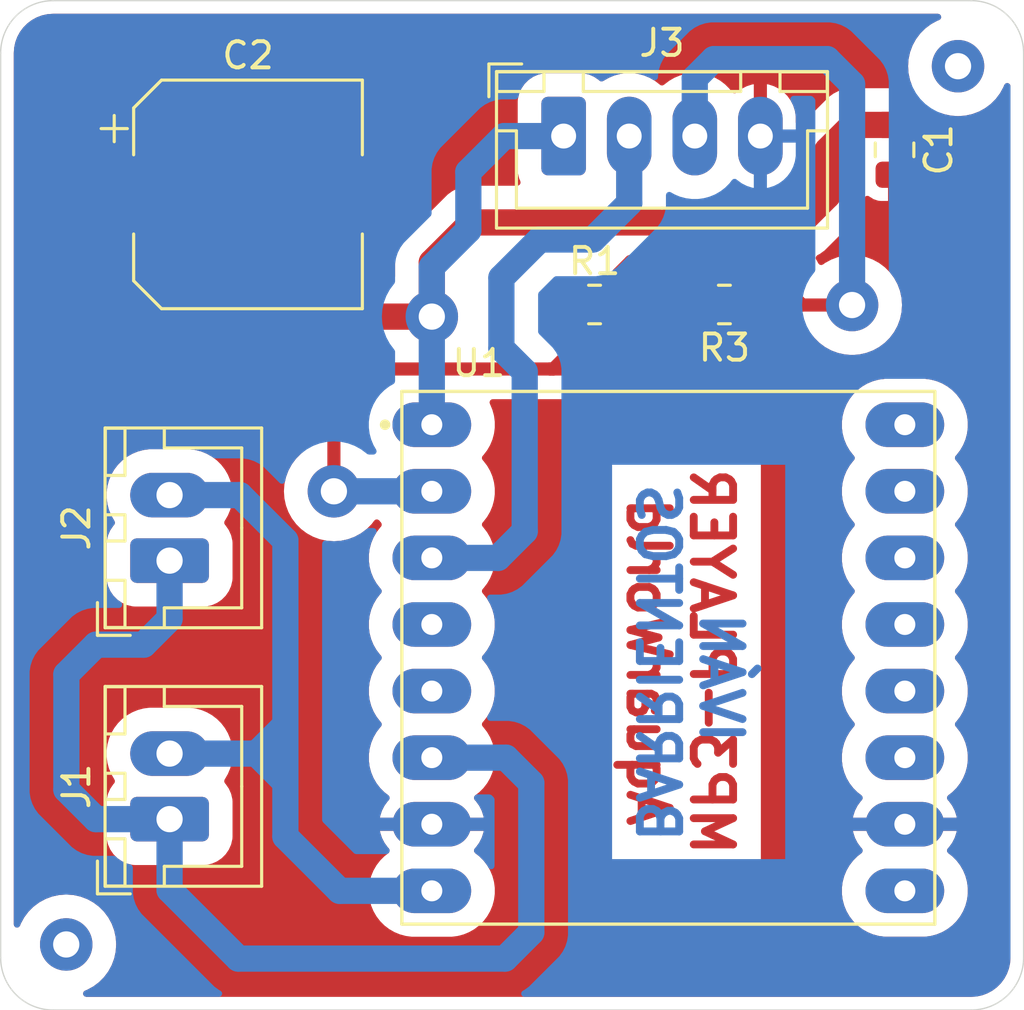
<source format=kicad_pcb>
(kicad_pcb (version 20240108) (generator "pcbnew") (generator_version "8.0")
  (layers (0 "F.Cu" signal) (31 "B.Cu" signal) (34 "B.Paste" user) (35 "F.Paste" user) (36 "B.SilkS" user "B.Silkscreen") (37 "F.SilkS" user "F.Silkscreen") (38 "B.Mask" user) (39 "F.Mask" user) (44 "Edge.Cuts" user))
  (net 0 "")
  (net 1 "Earth")
  (net 2 "Net-(J1-Pin_2)")
  (net 3 "Net-(J1-Pin_1)")
  (net 4 "TX0")
  (net 5 "Net-(J3-Pin_3)")
  (net 6 "RX0")
  (net 7 "+5V")
  (footprint "Capacitor_SMD:CP_Elec_8x10.5" (layer "F.Cu") (at 137.93 84.39)
    (property "Reference" "C2" (at 0 -5.3 0) (layer "F.SilkS"))
    (property "Value" "100uF")
    (fp_line (start -5.6 -2.51) (end -4.6 -2.51) (stroke (width 0.12)) (layer "F.SilkS"))
    (fp_line (start -5.1 -3.01) (end -5.1 -2.01) (stroke (width 0.12)) (layer "F.SilkS"))
    (fp_line (start -4.36 -3.295563) (end -4.36 -1.51) (stroke (width 0.12)) (layer "F.SilkS"))
    (fp_line (start -4.36 -3.295563) (end -3.295563 -4.36) (stroke (width 0.12)) (layer "F.SilkS"))
    (fp_line (start -4.36 3.295563) (end -4.36 1.51) (stroke (width 0.12)) (layer "F.SilkS"))
    (fp_line (start -4.36 3.295563) (end -3.295563 4.36) (stroke (width 0.12)) (layer "F.SilkS"))
    (fp_line (start -3.295563 -4.36) (end 4.36 -4.36) (stroke (width 0.12)) (layer "F.SilkS"))
    (fp_line (start -3.295563 4.36) (end 4.36 4.36) (stroke (width 0.12)) (layer "F.SilkS"))
    (fp_line (start 4.36 -4.36) (end 4.36 -1.51) (stroke (width 0.12)) (layer "F.SilkS"))
    (fp_line (start 4.36 4.36) (end 4.36 1.51) (stroke (width 0.12)) (layer "F.SilkS"))
    (pad "1" smd roundrect (at -3.7 0) (size 4.4 2.5) (layers "F.Cu" "F.Paste" "F.Mask") (roundrect_rratio 0.1) (net 7 "+5V"))
    (pad "2" smd roundrect (at 3.7 0) (size 4.4 2.5) (layers "F.Cu" "F.Paste" "F.Mask") (roundrect_rratio 0.1) (net 1 "Earth"))
  )
  (footprint "Resistor_SMD:R_0805_2012Metric" (layer "F.Cu") (at 151.1425 88.59)
    (property "Reference" "R1" (at 0 -1.65 0) (layer "F.SilkS"))
    (property "Value" "1.8KΩ")
    (fp_line (start -0.227064 -0.735) (end 0.227064 -0.735) (stroke (width 0.12)) (layer "F.SilkS"))
    (fp_line (start -0.227064 0.735) (end 0.227064 0.735) (stroke (width 0.12)) (layer "F.SilkS"))
    (pad "1" smd roundrect (at -0.9125 0) (size 1.025 1.4) (layers "F.Cu" "F.Paste" "F.Mask") (roundrect_rratio 0.243902) (net 6 "RX0"))
    (pad "2" smd roundrect (at 0.9125 0) (size 1.025 1.4) (layers "F.Cu" "F.Paste" "F.Mask") (roundrect_rratio 0.243902) (net 5 "Net-(J3-Pin_3)"))
  )
  (footprint "Connector_JST:JST_XH_B2B-XH-A_1x02_P2.50mm_Vertical" (layer "F.Cu") (at 134.94 98.36 90)
    (property "Reference" "J2" (at 1.25 -3.55 90) (layer "F.SilkS"))
    (property "Value" "PARLANTE")
    (fp_line (start -1.6 -2.75) (end -2.85 -2.75) (stroke (width 0.12)) (layer "F.SilkS"))
    (fp_line (start -2.85 -2.75) (end -2.85 -1.5) (stroke (width 0.12)) (layer "F.SilkS"))
    (fp_line (start 5.06 -2.46) (end -2.56 -2.46) (stroke (width 0.12)) (layer "F.SilkS"))
    (fp_line (start -2.56 -2.46) (end -2.56 3.51) (stroke (width 0.12)) (layer "F.SilkS"))
    (fp_line (start 5.05 -2.45) (end 3.25 -2.45) (stroke (width 0.12)) (layer "F.SilkS"))
    (fp_line (start 3.25 -2.45) (end 3.25 -1.7) (stroke (width 0.12)) (layer "F.SilkS"))
    (fp_line (start 1.75 -2.45) (end 0.75 -2.45) (stroke (width 0.12)) (layer "F.SilkS"))
    (fp_line (start 0.75 -2.45) (end 0.75 -1.7) (stroke (width 0.12)) (layer "F.SilkS"))
    (fp_line (start -0.75 -2.45) (end -2.55 -2.45) (stroke (width 0.12)) (layer "F.SilkS"))
    (fp_line (start -2.55 -2.45) (end -2.55 -1.7) (stroke (width 0.12)) (layer "F.SilkS"))
    (fp_line (start 5.05 -1.7) (end 5.05 -2.45) (stroke (width 0.12)) (layer "F.SilkS"))
    (fp_line (start 3.25 -1.7) (end 5.05 -1.7) (stroke (width 0.12)) (layer "F.SilkS"))
    (fp_line (start 1.75 -1.7) (end 1.75 -2.45) (stroke (width 0.12)) (layer "F.SilkS"))
    (fp_line (start 0.75 -1.7) (end 1.75 -1.7) (stroke (width 0.12)) (layer "F.SilkS"))
    (fp_line (start -0.75 -1.7) (end -0.75 -2.45) (stroke (width 0.12)) (layer "F.SilkS"))
    (fp_line (start -2.55 -1.7) (end -0.75 -1.7) (stroke (width 0.12)) (layer "F.SilkS"))
    (fp_line (start 5.05 -0.2) (end 4.3 -0.2) (stroke (width 0.12)) (layer "F.SilkS"))
    (fp_line (start 4.3 -0.2) (end 4.3 2.75) (stroke (width 0.12)) (layer "F.SilkS"))
    (fp_line (start -1.8 -0.2) (end -1.8 2.75) (stroke (width 0.12)) (layer "F.SilkS"))
    (fp_line (start -2.55 -0.2) (end -1.8 -0.2) (stroke (width 0.12)) (layer "F.SilkS"))
    (fp_line (start 4.3 2.75) (end 1.25 2.75) (stroke (width 0.12)) (layer "F.SilkS"))
    (fp_line (start -1.8 2.75) (end 1.25 2.75) (stroke (width 0.12)) (layer "F.SilkS"))
    (fp_line (start 5.06 3.51) (end 5.06 -2.46) (stroke (width 0.12)) (layer "F.SilkS"))
    (fp_line (start -2.56 3.51) (end 5.06 3.51) (stroke (width 0.12)) (layer "F.SilkS"))
    (pad "1" thru_hole roundrect (at 0 0 90) (size 1.7 3) (drill 1) (layers "*.Cu" "*.Mask") (roundrect_rratio 0.147059) (net 3 "Net-(J1-Pin_1)"))
    (pad "2" thru_hole oval (at 2.5 0 90) (size 1.7 3) (drill 1) (layers "*.Cu" "*.Mask") (net 2 "Net-(J1-Pin_2)"))
  )
  (footprint "Capacitor_SMD:C_0805_2012Metric" (layer "F.Cu") (at 162.58 82.69 -90)
    (property "Reference" "C1" (at 0 -1.68 90) (layer "F.SilkS"))
    (property "Value" "100nF")
    (fp_line (start -0.261252 0.735) (end 0.261252 0.735) (stroke (width 0.12)) (layer "F.SilkS"))
    (fp_line (start -0.261252 -0.735) (end 0.261252 -0.735) (stroke (width 0.12)) (layer "F.SilkS"))
    (pad "1" smd roundrect (at -0.95 0 270) (size 1 1.45) (layers "F.Cu" "F.Paste" "F.Mask") (net 7 "+5V"))
    (pad "2" smd roundrect (at 0.95 0 270) (size 1 1.45) (layers "F.Cu" "F.Paste" "F.Mask") (net 1 "Earth"))
  )
  (footprint "Connector_JST:JST_XH_B4B-XH-A_1x04_P2.50mm_Vertical" (layer "F.Cu") (at 149.9635 82.165)
    (property "Reference" "J3" (at 3.75 -3.55 0) (layer "F.SilkS"))
    (property "Value" "CONECTOR ESP-32")
    (fp_line (start -2.85 -2.75) (end -2.85 -1.5) (stroke (width 0.12)) (layer "F.SilkS"))
    (fp_line (start -2.56 -2.46) (end -2.56 3.51) (stroke (width 0.12)) (layer "F.SilkS"))
    (fp_line (start -2.56 3.51) (end 10.06 3.51) (stroke (width 0.12)) (layer "F.SilkS"))
    (fp_line (start -2.55 -2.45) (end -2.55 -1.7) (stroke (width 0.12)) (layer "F.SilkS"))
    (fp_line (start -2.55 -1.7) (end -0.75 -1.7) (stroke (width 0.12)) (layer "F.SilkS"))
    (fp_line (start -2.55 -0.2) (end -1.8 -0.2) (stroke (width 0.12)) (layer "F.SilkS"))
    (fp_line (start -1.8 -0.2) (end -1.8 2.75) (stroke (width 0.12)) (layer "F.SilkS"))
    (fp_line (start -1.8 2.75) (end 3.75 2.75) (stroke (width 0.12)) (layer "F.SilkS"))
    (fp_line (start -1.6 -2.75) (end -2.85 -2.75) (stroke (width 0.12)) (layer "F.SilkS"))
    (fp_line (start -0.75 -2.45) (end -2.55 -2.45) (stroke (width 0.12)) (layer "F.SilkS"))
    (fp_line (start -0.75 -1.7) (end -0.75 -2.45) (stroke (width 0.12)) (layer "F.SilkS"))
    (fp_line (start 0.75 -2.45) (end 0.75 -1.7) (stroke (width 0.12)) (layer "F.SilkS"))
    (fp_line (start 0.75 -1.7) (end 6.75 -1.7) (stroke (width 0.12)) (layer "F.SilkS"))
    (fp_line (start 6.75 -2.45) (end 0.75 -2.45) (stroke (width 0.12)) (layer "F.SilkS"))
    (fp_line (start 6.75 -1.7) (end 6.75 -2.45) (stroke (width 0.12)) (layer "F.SilkS"))
    (fp_line (start 8.25 -2.45) (end 8.25 -1.7) (stroke (width 0.12)) (layer "F.SilkS"))
    (fp_line (start 8.25 -1.7) (end 10.05 -1.7) (stroke (width 0.12)) (layer "F.SilkS"))
    (fp_line (start 9.3 -0.2) (end 9.3 2.75) (stroke (width 0.12)) (layer "F.SilkS"))
    (fp_line (start 9.3 2.75) (end 3.75 2.75) (stroke (width 0.12)) (layer "F.SilkS"))
    (fp_line (start 10.05 -2.45) (end 8.25 -2.45) (stroke (width 0.12)) (layer "F.SilkS"))
    (fp_line (start 10.05 -1.7) (end 10.05 -2.45) (stroke (width 0.12)) (layer "F.SilkS"))
    (fp_line (start 10.05 -0.2) (end 9.3 -0.2) (stroke (width 0.12)) (layer "F.SilkS"))
    (fp_line (start 10.06 -2.46) (end -2.56 -2.46) (stroke (width 0.12)) (layer "F.SilkS"))
    (fp_line (start 10.06 3.51) (end 10.06 -2.46) (stroke (width 0.12)) (layer "F.SilkS"))
    (pad "1" thru_hole roundrect (at 0 0) (size 1.7 3) (drill 0.95) (layers "*.Cu" "*.Mask") (roundrect_rratio 0.147059) (net 7 "+5V"))
    (pad "2" thru_hole oval (at 2.5 0) (size 1.7 3) (drill 0.95) (layers "*.Cu" "*.Mask") (net 4 "TX0"))
    (pad "3" thru_hole oval (at 5 0) (size 1.7 3) (drill 0.95) (layers "*.Cu" "*.Mask") (net 5 "Net-(J3-Pin_3)"))
    (pad "4" thru_hole oval (at 7.5 0) (size 1.7 3) (drill 0.95) (layers "*.Cu" "*.Mask") (net 1 "Earth"))
  )
  (footprint "Connector_JST:JST_XH_B2B-XH-A_1x02_P2.50mm_Vertical" (layer "F.Cu") (at 134.94 108.22 90)
    (property "Reference" "J1" (at 1.25 -3.55 90) (layer "F.SilkS"))
    (property "Value" "PARLANTE")
    (fp_line (start -1.6 -2.75) (end -2.85 -2.75) (stroke (width 0.12)) (layer "F.SilkS"))
    (fp_line (start -2.85 -2.75) (end -2.85 -1.5) (stroke (width 0.12)) (layer "F.SilkS"))
    (fp_line (start 5.06 -2.46) (end -2.56 -2.46) (stroke (width 0.12)) (layer "F.SilkS"))
    (fp_line (start -2.56 -2.46) (end -2.56 3.51) (stroke (width 0.12)) (layer "F.SilkS"))
    (fp_line (start 5.05 -2.45) (end 3.25 -2.45) (stroke (width 0.12)) (layer "F.SilkS"))
    (fp_line (start 3.25 -2.45) (end 3.25 -1.7) (stroke (width 0.12)) (layer "F.SilkS"))
    (fp_line (start 1.75 -2.45) (end 0.75 -2.45) (stroke (width 0.12)) (layer "F.SilkS"))
    (fp_line (start 0.75 -2.45) (end 0.75 -1.7) (stroke (width 0.12)) (layer "F.SilkS"))
    (fp_line (start -0.75 -2.45) (end -2.55 -2.45) (stroke (width 0.12)) (layer "F.SilkS"))
    (fp_line (start -2.55 -2.45) (end -2.55 -1.7) (stroke (width 0.12)) (layer "F.SilkS"))
    (fp_line (start 5.05 -1.7) (end 5.05 -2.45) (stroke (width 0.12)) (layer "F.SilkS"))
    (fp_line (start 3.25 -1.7) (end 5.05 -1.7) (stroke (width 0.12)) (layer "F.SilkS"))
    (fp_line (start 1.75 -1.7) (end 1.75 -2.45) (stroke (width 0.12)) (layer "F.SilkS"))
    (fp_line (start 0.75 -1.7) (end 1.75 -1.7) (stroke (width 0.12)) (layer "F.SilkS"))
    (fp_line (start -0.75 -1.7) (end -0.75 -2.45) (stroke (width 0.12)) (layer "F.SilkS"))
    (fp_line (start -2.55 -1.7) (end -0.75 -1.7) (stroke (width 0.12)) (layer "F.SilkS"))
    (fp_line (start 5.05 -0.2) (end 4.3 -0.2) (stroke (width 0.12)) (layer "F.SilkS"))
    (fp_line (start 4.3 -0.2) (end 4.3 2.75) (stroke (width 0.12)) (layer "F.SilkS"))
    (fp_line (start -1.8 -0.2) (end -1.8 2.75) (stroke (width 0.12)) (layer "F.SilkS"))
    (fp_line (start -2.55 -0.2) (end -1.8 -0.2) (stroke (width 0.12)) (layer "F.SilkS"))
    (fp_line (start 4.3 2.75) (end 1.25 2.75) (stroke (width 0.12)) (layer "F.SilkS"))
    (fp_line (start -1.8 2.75) (end 1.25 2.75) (stroke (width 0.12)) (layer "F.SilkS"))
    (fp_line (start 5.06 3.51) (end 5.06 -2.46) (stroke (width 0.12)) (layer "F.SilkS"))
    (fp_line (start -2.56 3.51) (end 5.06 3.51) (stroke (width 0.12)) (layer "F.SilkS"))
    (pad "1" thru_hole roundrect (at 0 0 90) (size 1.7 3) (drill 1) (layers "*.Cu" "*.Mask") (roundrect_rratio 0.147059) (net 3 "Net-(J1-Pin_1)"))
    (pad "2" thru_hole oval (at 2.5 0 90) (size 1.7 3) (drill 1) (layers "*.Cu" "*.Mask") (net 2 "Net-(J1-Pin_2)"))
  )
  (footprint "Resistor_SMD:R_0805_2012Metric" (layer "F.Cu") (at 156.0925 88.59 180)
    (property "Reference" "R3" (at 0 -1.65 0) (layer "F.SilkS"))
    (property "Value" "3.3KΩ")
    (fp_line (start -0.227064 0.735) (end 0.227064 0.735) (stroke (width 0.12)) (layer "F.SilkS"))
    (fp_line (start -0.227064 -0.735) (end 0.227064 -0.735) (stroke (width 0.12)) (layer "F.SilkS"))
    (pad "1" smd roundrect (at -0.9125 0 180) (size 1.025 1.4) (layers "F.Cu" "F.Paste" "F.Mask") (roundrect_rratio 0.243902) (net 1 "Earth"))
    (pad "2" smd roundrect (at 0.9125 0 180) (size 1.025 1.4) (layers "F.Cu" "F.Paste" "F.Mask") (roundrect_rratio 0.243902) (net 6 "RX0"))
  )
  (footprint "DFR0299:MODULE_DFR0299" (layer "F.Cu") (at 153.955 102.065)
    (property "Reference" "U1" (at -7.225 -11.235 0) (layer "F.SilkS"))
    (property "Value" "DFR0299")
    (fp_line (start -10.16 -10.16) (end 10.16 -10.16) (stroke (width 0.127)) (layer "F.SilkS"))
    (fp_line (start -10.16 10.16) (end -10.16 -10.16) (stroke (width 0.127)) (layer "F.SilkS"))
    (fp_line (start 10.16 -10.16) (end 10.16 10.16) (stroke (width 0.127)) (layer "F.SilkS"))
    (fp_line (start 10.16 10.16) (end -10.16 10.16) (stroke (width 0.127)) (layer "F.SilkS"))
    (fp_circle (center -10.8 -8.89) (end -10.7 -8.89) (stroke (width 0.2)) (fill none) (layer "F.SilkS"))
    (pad "1" thru_hole oval (at -9.017 -8.89) (size 3 1.7) (drill 0.8) (layers "*.Cu" "*.Mask") (net 7 "+5V"))
    (pad "2" thru_hole oval (at -9.017 -6.35) (size 3 1.7) (drill 0.8) (layers "*.Cu" "*.Mask") (net 6 "RX0"))
    (pad "3" thru_hole oval (at -9.017 -3.81) (size 3 1.7) (drill 0.8) (layers "*.Cu" "*.Mask") (net 4 "TX0"))
    (pad "4" thru_hole oval (at -9.017 -1.27) (size 3 1.7) (drill 0.8) (layers "*.Cu" "*.Mask"))
    (pad "5" thru_hole oval (at -9.017 1.27) (size 3 1.7) (drill 0.8) (layers "*.Cu" "*.Mask"))
    (pad "6" thru_hole oval (at -9.017 3.81) (size 3 1.7) (drill 0.8) (layers "*.Cu" "*.Mask") (net 3 "Net-(J1-Pin_1)"))
    (pad "7" thru_hole oval (at -9.017 6.35) (size 3 1.7) (drill 0.8) (layers "*.Cu" "*.Mask") (net 1 "Earth"))
    (pad "8" thru_hole oval (at -9.017 8.89) (size 3 1.7) (drill 0.8) (layers "*.Cu" "*.Mask") (net 2 "Net-(J1-Pin_2)"))
    (pad "9" thru_hole oval (at 9.017 8.89) (size 3 1.7) (drill 0.8) (layers "*.Cu" "*.Mask"))
    (pad "10" thru_hole oval (at 9.017 6.35) (size 3 1.7) (drill 0.8) (layers "*.Cu" "*.Mask") (net 1 "Earth"))
    (pad "11" thru_hole oval (at 9.017 3.81) (size 3 1.7) (drill 0.8) (layers "*.Cu" "*.Mask"))
    (pad "12" thru_hole oval (at 9.017 1.27) (size 3 1.7) (drill 0.8) (layers "*.Cu" "*.Mask"))
    (pad "13" thru_hole oval (at 9.017 -1.27) (size 3 1.7) (drill 0.8) (layers "*.Cu" "*.Mask"))
    (pad "14" thru_hole oval (at 9.017 -3.81) (size 3 1.7) (drill 0.8) (layers "*.Cu" "*.Mask"))
    (pad "15" thru_hole oval (at 9.017 -6.35) (size 3 1.7) (drill 0.8) (layers "*.Cu" "*.Mask"))
    (pad "16" thru_hole oval (at 9.017 -8.89) (size 3 1.7) (drill 0.8) (layers "*.Cu" "*.Mask"))
  )
  (gr_line (start 128.5 113.5) (end 128.5 79) (stroke (width 0.05)) (layer "Edge.Cuts"))
  (gr_arc (start 130.5 115.5) (mid 129.085786 114.914214) (end 128.5 113.5) (stroke (width 0.05)) (layer "Edge.Cuts"))
  (gr_line (start 167.5 113.5) (end 167.5 79) (stroke (width 0.05)) (layer "Edge.Cuts"))
  (gr_line (start 165.5 77) (end 130.5 77) (stroke (width 0.05)) (layer "Edge.Cuts"))
  (gr_line (start 165.5 115.5) (end 130.5 115.5) (stroke (width 0.05)) (layer "Edge.Cuts"))
  (gr_arc (start 165.5 77) (mid 166.914214 77.585786) (end 167.5 79) (stroke (width 0.05)) (layer "Edge.Cuts"))
  (gr_arc (start 167.5 113.5) (mid 166.914214 114.914214) (end 165.5 115.5) (stroke (width 0.05)) (layer "Edge.Cuts"))
  (gr_arc (start 128.5 79) (mid 129.085786 77.585786) (end 130.5 77) (stroke (width 0.05)) (layer "Edge.Cuts"))
  (gr_text "MP3-PLAYER\nAquarWorld" (at 152.31 102.22 -90) (layer "F.Cu") (effects (font (size 1.5 1.5) (thickness 0.3) (bold yes)) (justify bottom mirror)))
  (gr_text "IVÁN \nBARRIENTOS" (at 152.67 102.26 -90) (layer "B.Cu") (effects (font (size 1.5 1.5) (thickness 0.3) (bold yes)) (justify bottom mirror)))
  (via (at 131 113) (size 2) (drill 1) (layers "F.Cu" "B.Cu") (net 0))
  (via (at 165 79.5) (size 2) (drill 1) (layers "F.Cu" "B.Cu") (net 0))
  (segment (start 137.62 95.86) (end 134.94 95.86) (width 1) (layer "B.Cu") (net 2))
  (segment (start 138.255 105.72) (end 139.355 106.82) (width 1) (layer "B.Cu") (net 2))
  (segment (start 139.355 105.69) (end 139.355 104.73) (width 1) (layer "B.Cu") (net 2))
  (segment (start 134.94 105.72) (end 138.09 105.72) (width 1) (layer "B.Cu") (net 2))
  (segment (start 138.26 105.72) (end 139.25 104.73) (width 1) (layer "B.Cu") (net 2))
  (segment (start 139.355 104.73) (end 139.355 97.595) (width 1) (layer "B.Cu") (net 2))
  (segment (start 139.325 105.72) (end 139.355 105.69) (width 1) (layer "B.Cu") (net 2))
  (segment (start 138.09 105.72) (end 138.255 105.72) (width 1) (layer "B.Cu") (net 2))
  (segment (start 141.425 110.955) (end 139.355 108.885) (width 1) (layer "B.Cu") (net 2))
  (segment (start 139.355 97.595) (end 137.62 95.86) (width 1) (layer "B.Cu") (net 2))
  (segment (start 138.09 105.72) (end 139.325 105.72) (width 1) (layer "B.Cu") (net 2))
  (segment (start 138.09 105.72) (end 138.26 105.72) (width 1) (layer "B.Cu") (net 2))
  (segment (start 139.355 106.82) (end 139.355 105.69) (width 1) (layer "B.Cu") (net 2))
  (segment (start 139.355 108.885) (end 139.355 106.82) (width 1) (layer "B.Cu") (net 2))
  (segment (start 144.938 110.955) (end 141.425 110.955) (width 1) (layer "B.Cu") (net 2))
  (segment (start 139.25 104.73) (end 139.355 104.73) (width 1) (layer "B.Cu") (net 2))
  (segment (start 147.73 113.54) (end 148.73 112.54) (width 1) (layer "B.Cu") (net 3))
  (segment (start 137.56 113.54) (end 147.73 113.54) (width 1) (layer "B.Cu") (net 3))
  (segment (start 134.94 98.36) (end 134.94 100.58) (width 1) (layer "B.Cu") (net 3))
  (segment (start 134.94 108.22) (end 134.94 110.92) (width 1) (layer "B.Cu") (net 3))
  (segment (start 148.73 106.84) (end 147.765 105.875) (width 1) (layer "B.Cu") (net 3))
  (segment (start 132.13 108.22) (end 134.94 108.22) (width 1) (layer "B.Cu") (net 3))
  (segment (start 131.005 107.095) (end 132.13 108.22) (width 1) (layer "B.Cu") (net 3))
  (segment (start 147.765 105.875) (end 144.938 105.875) (width 1) (layer "B.Cu") (net 3))
  (segment (start 133.955 101.565) (end 132.135 101.565) (width 1) (layer "B.Cu") (net 3))
  (segment (start 148.73 112.54) (end 148.73 106.84) (width 1) (layer "B.Cu") (net 3))
  (segment (start 134.94 100.58) (end 133.955 101.565) (width 1) (layer "B.Cu") (net 3))
  (segment (start 132.135 101.565) (end 131.005 102.695) (width 1) (layer "B.Cu") (net 3))
  (segment (start 131.005 102.695) (end 131.005 107.095) (width 1) (layer "B.Cu") (net 3))
  (segment (start 134.94 110.92) (end 137.56 113.54) (width 1) (layer "B.Cu") (net 3))
  (segment (start 152.4635 84.7265) (end 151.08 86.11) (width 1) (layer "B.Cu") (net 4))
  (segment (start 147.465 98.255) (end 144.938 98.255) (width 1) (layer "B.Cu") (net 4))
  (segment (start 151.08 86.11) (end 149.05 86.11) (width 1) (layer "B.Cu") (net 4))
  (segment (start 152.4635 82.165) (end 152.4635 84.7265) (width 1) (layer "B.Cu") (net 4))
  (segment (start 148.48 97.24) (end 147.465 98.255) (width 1) (layer "B.Cu") (net 4))
  (segment (start 149.05 86.11) (end 147.59 87.57) (width 1) (layer "B.Cu") (net 4))
  (segment (start 148.48 91.15) (end 148.48 97.24) (width 1) (layer "B.Cu") (net 4))
  (segment (start 147.59 87.57) (end 147.59 90.26) (width 1) (layer "B.Cu") (net 4))
  (segment (start 147.59 90.26) (end 148.48 91.15) (width 1) (layer "B.Cu") (net 4))
  (segment (start 152.52 86.95) (end 152.055 87.415) (width 0.5) (layer "F.Cu") (net 5))
  (segment (start 158.64 87.53) (end 158.06 86.95) (width 0.5) (layer "F.Cu") (net 5))
  (segment (start 158.64 88.19) (end 158.64 87.53) (width 0.5) (layer "F.Cu") (net 5))
  (segment (start 152.055 87.415) (end 152.055 88.59) (width 0.5) (layer "F.Cu") (net 5))
  (segment (start 159.06 88.61) (end 158.64 88.19) (width 0.5) (layer "F.Cu") (net 5))
  (segment (start 158.06 86.95) (end 152.52 86.95) (width 0.5) (layer "F.Cu") (net 5))
  (segment (start 160.96 88.61) (end 159.06 88.61) (width 0.5) (layer "F.Cu") (net 5))
  (via (at 160.96 88.61) (size 2) (drill 1) (layers "F.Cu" "B.Cu") (net 5))
  (segment (start 154.9635 79.9565) (end 155.69 79.23) (width 1) (layer "B.Cu") (net 5))
  (segment (start 155.69 79.23) (end 160.01 79.23) (width 1) (layer "B.Cu") (net 5))
  (segment (start 154.9635 82.165) (end 154.9635 79.9565) (width 1) (layer "B.Cu") (net 5))
  (segment (start 160.01 79.23) (end 160.96 80.18) (width 1) (layer "B.Cu") (net 5))
  (segment (start 160.96 80.18) (end 160.96 88.61) (width 1) (layer "B.Cu") (net 5))
  (segment (start 155.18 90.35) (end 154.48 91.05) (width 0.5) (layer "F.Cu") (net 6))
  (segment (start 154.48 91.05) (end 150.89 91.05) (width 0.5) (layer "F.Cu") (net 6))
  (segment (start 150.23 91.02) (end 150.2 91.05) (width 0.5) (layer "F.Cu") (net 6))
  (segment (start 150.23 90.24) (end 150.23 91.02) (width 0.5) (layer "F.Cu") (net 6))
  (segment (start 150.89 91.05) (end 150.2 91.05) (width 0.5) (layer "F.Cu") (net 6))
  (segment (start 150.23 90.39) (end 149.57 91.05) (width 0.5) (layer "F.Cu") (net 6))
  (segment (start 142.65 91.05) (end 141.205 92.495) (width 0.5) (layer "F.Cu") (net 6))
  (segment (start 149.45 91.05) (end 142.65 91.05) (width 0.5) (layer "F.Cu") (net 6))
  (segment (start 150.2 91.05) (end 149.45 91.05) (width 0.5) (layer "F.Cu") (net 6))
  (segment (start 150.23 88.59) (end 150.23 90.24) (width 0.5) (layer "F.Cu") (net 6))
  (segment (start 150.23 90.39) (end 150.89 91.05) (width 0.5) (layer "F.Cu") (net 6))
  (segment (start 150.23 90.24) (end 150.23 90.39) (width 0.5) (layer "F.Cu") (net 6))
  (segment (start 141.205 92.495) (end 141.205 95.715) (width 0.5) (layer "F.Cu") (net 6))
  (segment (start 149.57 91.05) (end 149.45 91.05) (width 0.5) (layer "F.Cu") (net 6))
  (segment (start 155.18 88.59) (end 155.18 90.35) (width 0.5) (layer "F.Cu") (net 6))
  (via (at 141.205 95.715) (size 2) (drill 1) (layers "F.Cu" "B.Cu") (net 6))
  (segment (start 141.205 95.715) (end 144.938 95.715) (width 1) (layer "B.Cu") (net 6))
  (segment (start 160.02 82.71) (end 160.02 84.44) (width 1) (layer "F.Cu") (net 7))
  (segment (start 160.99 81.74) (end 160.02 82.71) (width 1) (layer "F.Cu") (net 7))
  (segment (start 144.938 89.052) (end 135.852 89.052) (width 1) (layer "F.Cu") (net 7))
  (segment (start 160.02 84.44) (end 159 85.46) (width 1) (layer "F.Cu") (net 7))
  (segment (start 146.46 85.46) (end 144.938 86.982) (width 1) (layer "F.Cu") (net 7))
  (segment (start 134.23 87.43) (end 134.23 84.39) (width 1) (layer "F.Cu") (net 7))
  (segment (start 135.852 89.052) (end 134.23 87.43) (width 1) (layer "F.Cu") (net 7))
  (segment (start 159 85.46) (end 146.46 85.46) (width 1) (layer "F.Cu") (net 7))
  (segment (start 144.938 86.982) (end 144.938 89.052) (width 1) (layer "F.Cu") (net 7))
  (segment (start 162.58 81.74) (end 160.99 81.74) (width 1) (layer "F.Cu") (net 7))
  (via (at 144.938 89.052) (size 2) (drill 1) (layers "F.Cu" "B.Cu") (net 7))
  (segment (start 144.938 87.152) (end 146.33 85.76) (width 1) (layer "B.Cu") (net 7))
  (segment (start 144.938 89.052) (end 144.938 93.175) (width 1) (layer "B.Cu") (net 7))
  (segment (start 147.695 82.165) (end 149.9635 82.165) (width 1) (layer "B.Cu") (net 7))
  (segment (start 146.33 83.53) (end 147.695 82.165) (width 1) (layer "B.Cu") (net 7))
  (segment (start 146.33 85.76) (end 146.33 83.53) (width 1) (layer "B.Cu") (net 7))
  (segment (start 144.938 89.052) (end 144.938 87.152) (width 1) (layer "B.Cu") (net 7))
  (zone (net 1) (net_name "Earth") (layers "F&B.Cu") (connect_pads (clearance 0.9)) (min_thickness 0.25) (fill yes (thermal_gap 0.5) (thermal_bridge_width 0.5))
    (polygon (pts (xy 128.5 77) (xy 167.5 77) (xy 167.5 115.5) (xy 128.5 115.5)))
  )
)
</source>
